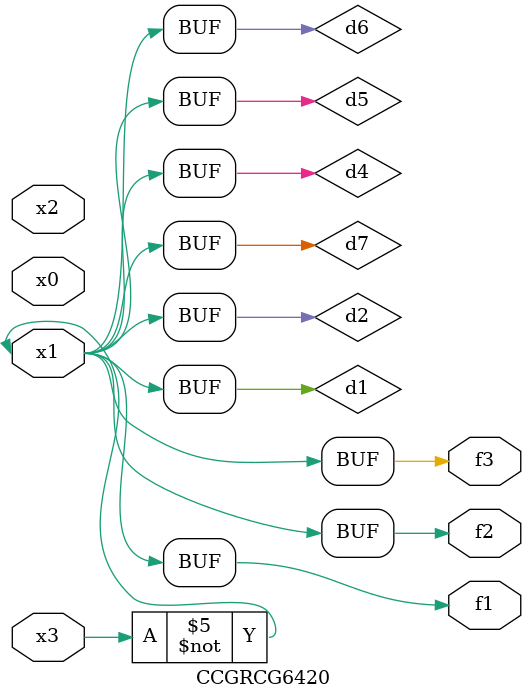
<source format=v>
module CCGRCG6420(
	input x0, x1, x2, x3,
	output f1, f2, f3
);

	wire d1, d2, d3, d4, d5, d6, d7;

	not (d1, x3);
	buf (d2, x1);
	xnor (d3, d1, d2);
	nor (d4, d1);
	buf (d5, d1, d2);
	buf (d6, d4, d5);
	nand (d7, d4);
	assign f1 = d6;
	assign f2 = d7;
	assign f3 = d6;
endmodule

</source>
